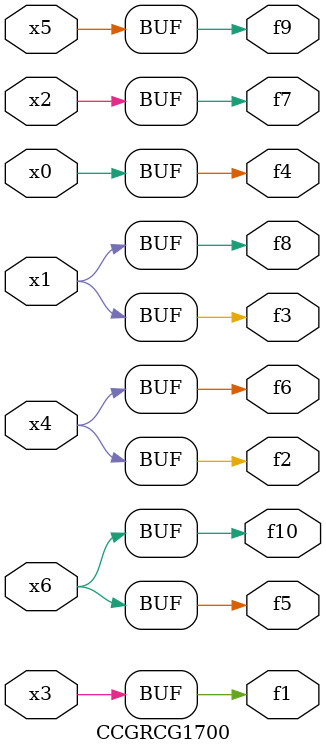
<source format=v>
module CCGRCG1700(
	input x0, x1, x2, x3, x4, x5, x6,
	output f1, f2, f3, f4, f5, f6, f7, f8, f9, f10
);
	assign f1 = x3;
	assign f2 = x4;
	assign f3 = x1;
	assign f4 = x0;
	assign f5 = x6;
	assign f6 = x4;
	assign f7 = x2;
	assign f8 = x1;
	assign f9 = x5;
	assign f10 = x6;
endmodule

</source>
